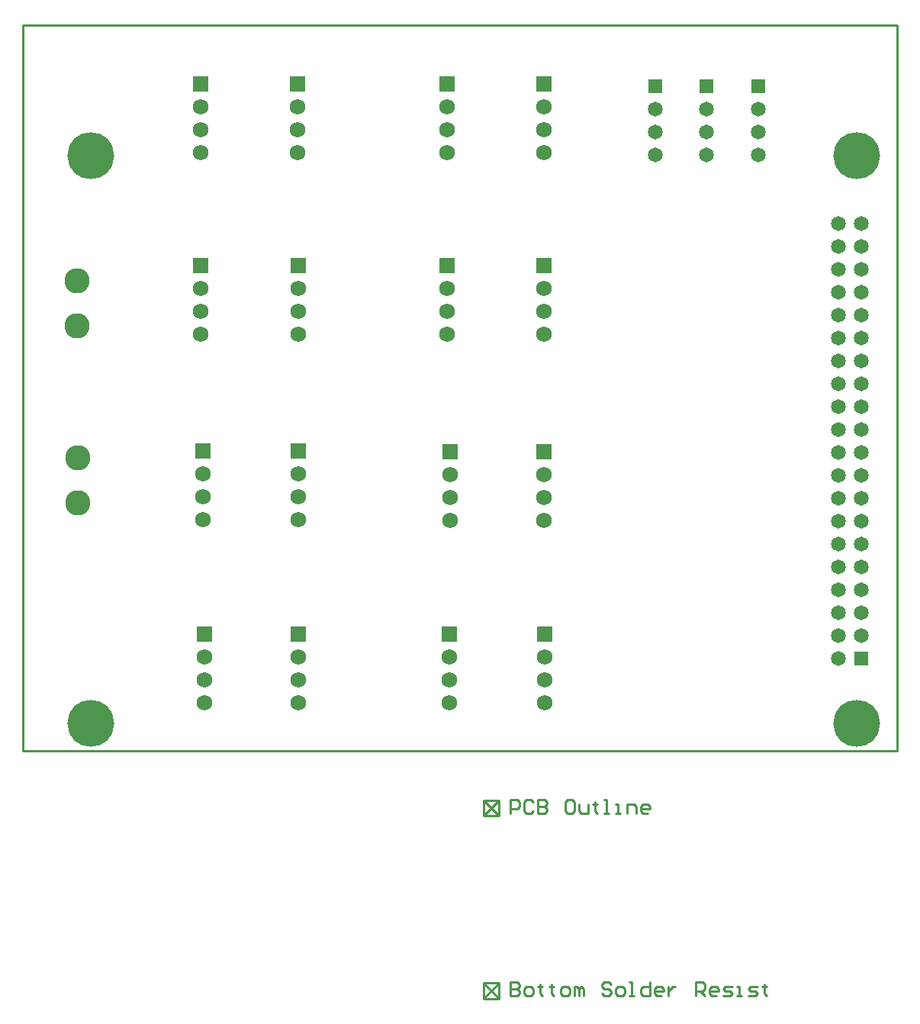
<source format=gbs>
%FSLAX25Y25*%
%MOIN*%
G70*
G01*
G75*
G04 Layer_Color=16711935*
%ADD10C,0.01000*%
%ADD11C,0.03150*%
G04:AMPARAMS|DCode=12|XSize=25.59mil|YSize=25.59mil|CornerRadius=3.2mil|HoleSize=0mil|Usage=FLASHONLY|Rotation=0.000|XOffset=0mil|YOffset=0mil|HoleType=Round|Shape=RoundedRectangle|*
%AMROUNDEDRECTD12*
21,1,0.02559,0.01919,0,0,0.0*
21,1,0.01919,0.02559,0,0,0.0*
1,1,0.00640,0.00960,-0.00960*
1,1,0.00640,-0.00960,-0.00960*
1,1,0.00640,-0.00960,0.00960*
1,1,0.00640,0.00960,0.00960*
%
%ADD12ROUNDEDRECTD12*%
G04:AMPARAMS|DCode=13|XSize=35.43mil|YSize=37.4mil|CornerRadius=4.43mil|HoleSize=0mil|Usage=FLASHONLY|Rotation=0.000|XOffset=0mil|YOffset=0mil|HoleType=Round|Shape=RoundedRectangle|*
%AMROUNDEDRECTD13*
21,1,0.03543,0.02854,0,0,0.0*
21,1,0.02658,0.03740,0,0,0.0*
1,1,0.00886,0.01329,-0.01427*
1,1,0.00886,-0.01329,-0.01427*
1,1,0.00886,-0.01329,0.01427*
1,1,0.00886,0.01329,0.01427*
%
%ADD13ROUNDEDRECTD13*%
G04:AMPARAMS|DCode=14|XSize=25.59mil|YSize=31.5mil|CornerRadius=1.28mil|HoleSize=0mil|Usage=FLASHONLY|Rotation=270.000|XOffset=0mil|YOffset=0mil|HoleType=Round|Shape=RoundedRectangle|*
%AMROUNDEDRECTD14*
21,1,0.02559,0.02894,0,0,270.0*
21,1,0.02303,0.03150,0,0,270.0*
1,1,0.00256,-0.01447,-0.01152*
1,1,0.00256,-0.01447,0.01152*
1,1,0.00256,0.01447,0.01152*
1,1,0.00256,0.01447,-0.01152*
%
%ADD14ROUNDEDRECTD14*%
G04:AMPARAMS|DCode=15|XSize=25.59mil|YSize=31.5mil|CornerRadius=1.28mil|HoleSize=0mil|Usage=FLASHONLY|Rotation=180.000|XOffset=0mil|YOffset=0mil|HoleType=Round|Shape=RoundedRectangle|*
%AMROUNDEDRECTD15*
21,1,0.02559,0.02894,0,0,180.0*
21,1,0.02303,0.03150,0,0,180.0*
1,1,0.00256,-0.01152,0.01447*
1,1,0.00256,0.01152,0.01447*
1,1,0.00256,0.01152,-0.01447*
1,1,0.00256,-0.01152,-0.01447*
%
%ADD15ROUNDEDRECTD15*%
G04:AMPARAMS|DCode=16|XSize=23.62mil|YSize=33.47mil|CornerRadius=2.95mil|HoleSize=0mil|Usage=FLASHONLY|Rotation=0.000|XOffset=0mil|YOffset=0mil|HoleType=Round|Shape=RoundedRectangle|*
%AMROUNDEDRECTD16*
21,1,0.02362,0.02756,0,0,0.0*
21,1,0.01772,0.03347,0,0,0.0*
1,1,0.00591,0.00886,-0.01378*
1,1,0.00591,-0.00886,-0.01378*
1,1,0.00591,-0.00886,0.01378*
1,1,0.00591,0.00886,0.01378*
%
%ADD16ROUNDEDRECTD16*%
G04:AMPARAMS|DCode=17|XSize=17.72mil|YSize=70.87mil|CornerRadius=0.89mil|HoleSize=0mil|Usage=FLASHONLY|Rotation=0.000|XOffset=0mil|YOffset=0mil|HoleType=Round|Shape=RoundedRectangle|*
%AMROUNDEDRECTD17*
21,1,0.01772,0.06909,0,0,0.0*
21,1,0.01595,0.07087,0,0,0.0*
1,1,0.00177,0.00797,-0.03455*
1,1,0.00177,-0.00797,-0.03455*
1,1,0.00177,-0.00797,0.03455*
1,1,0.00177,0.00797,0.03455*
%
%ADD17ROUNDEDRECTD17*%
G04:AMPARAMS|DCode=18|XSize=23.62mil|YSize=33.47mil|CornerRadius=2.95mil|HoleSize=0mil|Usage=FLASHONLY|Rotation=90.000|XOffset=0mil|YOffset=0mil|HoleType=Round|Shape=RoundedRectangle|*
%AMROUNDEDRECTD18*
21,1,0.02362,0.02756,0,0,90.0*
21,1,0.01772,0.03347,0,0,90.0*
1,1,0.00591,0.01378,0.00886*
1,1,0.00591,0.01378,-0.00886*
1,1,0.00591,-0.01378,-0.00886*
1,1,0.00591,-0.01378,0.00886*
%
%ADD18ROUNDEDRECTD18*%
%ADD19R,0.01772X0.07087*%
G04:AMPARAMS|DCode=20|XSize=25.59mil|YSize=25.59mil|CornerRadius=3.2mil|HoleSize=0mil|Usage=FLASHONLY|Rotation=90.000|XOffset=0mil|YOffset=0mil|HoleType=Round|Shape=RoundedRectangle|*
%AMROUNDEDRECTD20*
21,1,0.02559,0.01919,0,0,90.0*
21,1,0.01919,0.02559,0,0,90.0*
1,1,0.00640,0.00960,0.00960*
1,1,0.00640,0.00960,-0.00960*
1,1,0.00640,-0.00960,-0.00960*
1,1,0.00640,-0.00960,0.00960*
%
%ADD20ROUNDEDRECTD20*%
G04:AMPARAMS|DCode=21|XSize=35.43mil|YSize=37.4mil|CornerRadius=4.43mil|HoleSize=0mil|Usage=FLASHONLY|Rotation=90.000|XOffset=0mil|YOffset=0mil|HoleType=Round|Shape=RoundedRectangle|*
%AMROUNDEDRECTD21*
21,1,0.03543,0.02854,0,0,90.0*
21,1,0.02658,0.03740,0,0,90.0*
1,1,0.00886,0.01427,0.01329*
1,1,0.00886,0.01427,-0.01329*
1,1,0.00886,-0.01427,-0.01329*
1,1,0.00886,-0.01427,0.01329*
%
%ADD21ROUNDEDRECTD21*%
%ADD22C,0.05906*%
%ADD23C,0.04000*%
%ADD24R,0.11811X0.07874*%
%ADD25R,0.01969X0.01969*%
%ADD26R,0.12598X0.32283*%
%ADD27R,0.06000X0.06000*%
%ADD28C,0.06000*%
%ADD29R,0.06496X0.06496*%
%ADD30C,0.06496*%
%ADD31R,0.06496X0.06496*%
%ADD32C,0.10236*%
%ADD33C,0.19685*%
%ADD34C,0.03000*%
%ADD35C,0.01969*%
%ADD36R,0.14173X0.33858*%
%ADD37C,0.00787*%
%ADD38C,0.00800*%
%ADD39C,0.00591*%
%ADD40R,0.06800X0.06800*%
%ADD41C,0.06800*%
%ADD42C,0.11036*%
%ADD43C,0.20485*%
D10*
X207874Y-425197D02*
Y-418504D01*
X201181Y-425197D02*
Y-418504D01*
X201181Y-425197D02*
X207874D01*
X201181Y-418504D02*
X207874D01*
X201181D02*
X207874Y-425197D01*
X201181D02*
X207874Y-418504D01*
X212992Y-418018D02*
Y-424016D01*
X215991D01*
X216991Y-423016D01*
Y-422016D01*
X215991Y-421017D01*
X212992D01*
X215991D01*
X216991Y-420017D01*
Y-419017D01*
X215991Y-418018D01*
X212992D01*
X219990Y-424016D02*
X221989D01*
X222989Y-423016D01*
Y-421017D01*
X221989Y-420017D01*
X219990D01*
X218990Y-421017D01*
Y-423016D01*
X219990Y-424016D01*
X225988Y-419017D02*
Y-420017D01*
X224988D01*
X226988D01*
X225988D01*
Y-423016D01*
X226988Y-424016D01*
X230986Y-419017D02*
Y-420017D01*
X229987D01*
X231986D01*
X230986D01*
Y-423016D01*
X231986Y-424016D01*
X235985D02*
X237984D01*
X238984Y-423016D01*
Y-421017D01*
X237984Y-420017D01*
X235985D01*
X234985Y-421017D01*
Y-423016D01*
X235985Y-424016D01*
X240983D02*
Y-420017D01*
X241983D01*
X242982Y-421017D01*
Y-424016D01*
Y-421017D01*
X243982Y-420017D01*
X244982Y-421017D01*
Y-424016D01*
X256978Y-419017D02*
X255978Y-418018D01*
X253979D01*
X252979Y-419017D01*
Y-420017D01*
X253979Y-421017D01*
X255978D01*
X256978Y-422016D01*
Y-423016D01*
X255978Y-424016D01*
X253979D01*
X252979Y-423016D01*
X259977Y-424016D02*
X261976D01*
X262976Y-423016D01*
Y-421017D01*
X261976Y-420017D01*
X259977D01*
X258977Y-421017D01*
Y-423016D01*
X259977Y-424016D01*
X264975D02*
X266975D01*
X265975D01*
Y-418018D01*
X264975D01*
X273972D02*
Y-424016D01*
X270973D01*
X269974Y-423016D01*
Y-421017D01*
X270973Y-420017D01*
X273972D01*
X278971Y-424016D02*
X276971D01*
X275972Y-423016D01*
Y-421017D01*
X276971Y-420017D01*
X278971D01*
X279971Y-421017D01*
Y-422016D01*
X275972D01*
X281970Y-420017D02*
Y-424016D01*
Y-422016D01*
X282969Y-421017D01*
X283969Y-420017D01*
X284969D01*
X293966Y-424016D02*
Y-418018D01*
X296965D01*
X297965Y-419017D01*
Y-421017D01*
X296965Y-422016D01*
X293966D01*
X295965D02*
X297965Y-424016D01*
X302963D02*
X300964D01*
X299964Y-423016D01*
Y-421017D01*
X300964Y-420017D01*
X302963D01*
X303963Y-421017D01*
Y-422016D01*
X299964D01*
X305962Y-424016D02*
X308961D01*
X309961Y-423016D01*
X308961Y-422016D01*
X306962D01*
X305962Y-421017D01*
X306962Y-420017D01*
X309961D01*
X311960Y-424016D02*
X313960D01*
X312960D01*
Y-420017D01*
X311960D01*
X316958Y-424016D02*
X319957D01*
X320957Y-423016D01*
X319957Y-422016D01*
X317958D01*
X316958Y-421017D01*
X317958Y-420017D01*
X320957D01*
X323956Y-419017D02*
Y-420017D01*
X322957D01*
X324956D01*
X323956D01*
Y-423016D01*
X324956Y-424016D01*
X0Y0D02*
X381890D01*
X0Y-316929D02*
Y0D01*
Y-316929D02*
X381890D01*
Y0D01*
X207874Y-345276D02*
Y-338583D01*
X201181Y-345276D02*
Y-338583D01*
X201181Y-345276D02*
X207874D01*
X201181Y-338583D02*
X207874D01*
X201181D02*
X207874Y-345276D01*
X201181D02*
X207874Y-338583D01*
X212992Y-344488D02*
Y-338490D01*
X215991D01*
X216991Y-339490D01*
Y-341489D01*
X215991Y-342489D01*
X212992D01*
X222989Y-339490D02*
X221989Y-338490D01*
X219990D01*
X218990Y-339490D01*
Y-343489D01*
X219990Y-344488D01*
X221989D01*
X222989Y-343489D01*
X224988Y-338490D02*
Y-344488D01*
X227987D01*
X228987Y-343489D01*
Y-342489D01*
X227987Y-341489D01*
X224988D01*
X227987D01*
X228987Y-340490D01*
Y-339490D01*
X227987Y-338490D01*
X224988D01*
X239983D02*
X237984D01*
X236984Y-339490D01*
Y-343489D01*
X237984Y-344488D01*
X239983D01*
X240983Y-343489D01*
Y-339490D01*
X239983Y-338490D01*
X242982Y-340490D02*
Y-343489D01*
X243982Y-344488D01*
X246981D01*
Y-340490D01*
X249980Y-339490D02*
Y-340490D01*
X248980D01*
X250980D01*
X249980D01*
Y-343489D01*
X250980Y-344488D01*
X253979D02*
X255978D01*
X254978D01*
Y-338490D01*
X253979D01*
X258977Y-344488D02*
X260977D01*
X259977D01*
Y-340490D01*
X258977D01*
X263976Y-344488D02*
Y-340490D01*
X266975D01*
X267974Y-341489D01*
Y-344488D01*
X272973D02*
X270973D01*
X269974Y-343489D01*
Y-341489D01*
X270973Y-340490D01*
X272973D01*
X273972Y-341489D01*
Y-342489D01*
X269974D01*
D29*
X366142Y-276614D02*
D03*
D30*
X356142D02*
D03*
Y-186614D02*
D03*
X366142D02*
D03*
X356142Y-196614D02*
D03*
X366142D02*
D03*
X356142Y-206614D02*
D03*
X366142D02*
D03*
X356142Y-216614D02*
D03*
X366142D02*
D03*
X356142Y-226614D02*
D03*
X366142D02*
D03*
X356142Y-236614D02*
D03*
X366142D02*
D03*
X356142Y-246614D02*
D03*
X366142D02*
D03*
X356142Y-256614D02*
D03*
X366142D02*
D03*
X356142Y-266614D02*
D03*
X366142D02*
D03*
Y-166614D02*
D03*
X356142D02*
D03*
X366142Y-156614D02*
D03*
X356142D02*
D03*
X366142Y-146614D02*
D03*
X356142D02*
D03*
X366142Y-136614D02*
D03*
X356142D02*
D03*
X366142Y-126614D02*
D03*
X356142D02*
D03*
X366142Y-116614D02*
D03*
X356142D02*
D03*
X366142Y-106614D02*
D03*
X356142D02*
D03*
X366142Y-96614D02*
D03*
X356142D02*
D03*
X366142Y-86614D02*
D03*
X356142D02*
D03*
Y-176614D02*
D03*
X366142D02*
D03*
X321142Y-56596D02*
D03*
Y-46596D02*
D03*
Y-36614D02*
D03*
X298642Y-36596D02*
D03*
Y-46577D02*
D03*
Y-56577D02*
D03*
X276142D02*
D03*
Y-46577D02*
D03*
Y-36596D02*
D03*
D31*
X321142Y-26614D02*
D03*
X298642Y-26596D02*
D03*
X276142D02*
D03*
D40*
X120158Y-104882D02*
D03*
X77658D02*
D03*
X227708Y-104932D02*
D03*
X185207D02*
D03*
X227692Y-25664D02*
D03*
X185192D02*
D03*
X77642Y-25614D02*
D03*
X120042D02*
D03*
X186367Y-266039D02*
D03*
X227801Y-266074D02*
D03*
X120217Y-265989D02*
D03*
X79217D02*
D03*
X120158Y-186181D02*
D03*
X78658D02*
D03*
X227708Y-186231D02*
D03*
X186707D02*
D03*
D41*
X120158Y-114882D02*
D03*
Y-124882D02*
D03*
Y-134882D02*
D03*
X77658Y-114882D02*
D03*
Y-124882D02*
D03*
Y-134882D02*
D03*
X227708Y-114932D02*
D03*
Y-124932D02*
D03*
Y-134932D02*
D03*
X185207Y-114932D02*
D03*
Y-124932D02*
D03*
Y-134932D02*
D03*
X227692Y-35664D02*
D03*
Y-45664D02*
D03*
Y-55664D02*
D03*
X185192Y-35664D02*
D03*
Y-45664D02*
D03*
Y-55664D02*
D03*
X77642Y-35614D02*
D03*
Y-45614D02*
D03*
Y-55614D02*
D03*
X120042Y-35614D02*
D03*
Y-45614D02*
D03*
Y-55614D02*
D03*
X186367Y-276039D02*
D03*
Y-286039D02*
D03*
Y-296039D02*
D03*
X227801Y-276074D02*
D03*
Y-286074D02*
D03*
Y-296074D02*
D03*
X120217Y-275989D02*
D03*
Y-285989D02*
D03*
Y-295989D02*
D03*
X79217Y-275989D02*
D03*
Y-285989D02*
D03*
Y-295989D02*
D03*
X120158Y-196181D02*
D03*
Y-206181D02*
D03*
Y-216181D02*
D03*
X78658Y-196181D02*
D03*
Y-206181D02*
D03*
Y-216181D02*
D03*
X227708Y-196231D02*
D03*
Y-206231D02*
D03*
Y-216231D02*
D03*
X186707Y-196231D02*
D03*
Y-206231D02*
D03*
Y-216231D02*
D03*
D42*
X23744Y-111651D02*
D03*
Y-131336D02*
D03*
X23869Y-189055D02*
D03*
Y-208740D02*
D03*
D43*
X364173Y-305118D02*
D03*
Y-57087D02*
D03*
X29528D02*
D03*
Y-305118D02*
D03*
M02*

</source>
